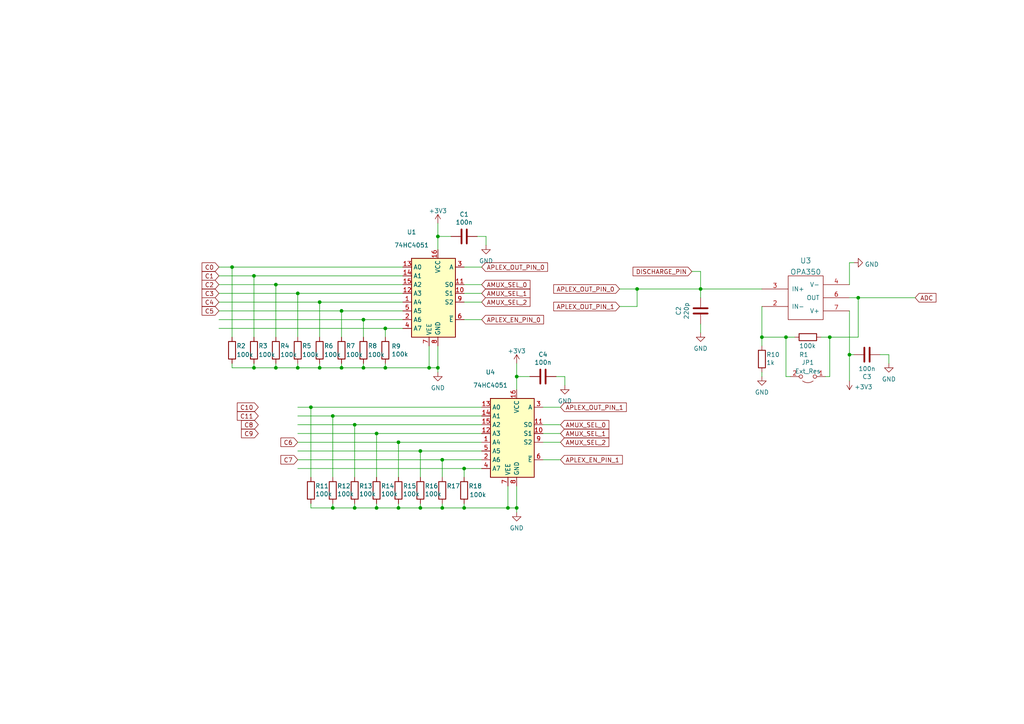
<source format=kicad_sch>
(kicad_sch (version 20231120) (generator "eeschema") (generator_version "8.0")
  (paper "A4")
  (lib_symbols
    (symbol "74xx:74HC4051"
      (property "Reference" "U" (at -5.08 11.43 0))
      (property "Value" "74HC4051" (at -7.62 -13.97 0))
      (symbol "74HC4051_0_1"
        (rectangle (start -5.08 10.16) (end 7.62 -12.7) (stroke (width 0.254)) (fill (type background)))
      )
      (symbol "74HC4051_1_1"
        (pin passive line (at 10.16 -2.54 180) (length 2.54) (name "A4") (number "1"))
        (pin input line (at -7.62 0 0) (length 2.54) (name "S1") (number "10"))
        (pin input line (at -7.62 2.54 0) (length 2.54) (name "S0") (number "11"))
        (pin passive line (at 10.16 0 180) (length 2.54) (name "A3") (number "12"))
        (pin passive line (at 10.16 7.62 180) (length 2.54) (name "A0") (number "13"))
        (pin passive line (at 10.16 5.08 180) (length 2.54) (name "A1") (number "14"))
        (pin passive line (at 10.16 2.54 180) (length 2.54) (name "A2") (number "15"))
        (pin power_in line (at 0 12.7 270) (length 2.54) (name "VCC") (number "16"))
        (pin passive line (at 10.16 -7.62 180) (length 2.54) (name "A6") (number "2"))
        (pin passive line (at -7.62 7.62 0) (length 2.54) (name "A") (number "3"))
        (pin passive line (at 10.16 -10.16 180) (length 2.54) (name "A7") (number "4"))
        (pin passive line (at 10.16 -5.08 180) (length 2.54) (name "A5") (number "5"))
        (pin input line (at -7.62 -7.62 0) (length 2.54) (name "~{E}") (number "6"))
        (pin power_in line (at 2.54 -15.24 90) (length 2.54) (name "VEE") (number "7"))
        (pin power_in line (at 0 -15.24 90) (length 2.54) (name "GND") (number "8"))
        (pin input line (at -7.62 -2.54 0) (length 2.54) (name "S2") (number "9"))
      )
    )
    (symbol "Device:C" (pin_numbers hide) (pin_names (offset 0.254))
      (property "Reference" "C" (at 0.635 2.54 0))
      (property "Value" "C" (at 0.635 -2.54 0))
      (symbol "C_0_1"
        (polyline (pts (xy -2.032 -0.762) (xy 2.032 -0.762)) (stroke (width 0.508)))
        (polyline (pts (xy -2.032 0.762) (xy 2.032 0.762)) (stroke (width 0.508)))
      )
      (symbol "C_1_1"
        (pin passive line (at 0 3.81 270) (length 2.794) (name "~") (number "1"))
        (pin passive line (at 0 -3.81 90) (length 2.794) (name "~") (number "2"))
      )
    )
    (symbol "Device:R" (pin_numbers hide) (pin_names (offset 0))
      (property "Reference" "R" (at 2.032 0 90))
      (property "Value" "R" (at 0 0 90))
      (symbol "R_0_1"
        (rectangle (start -1.016 -2.54) (end 1.016 2.54) (stroke (width 0.254)))
      )
      (symbol "R_1_1"
        (pin passive line (at 0 3.81 270) (length 1.27) (name "~") (number "1"))
        (pin passive line (at 0 -3.81 90) (length 1.27) (name "~") (number "2"))
      )
    )
    (symbol "Jumper:Jumper_2_Open" (pin_names (offset 0) hide)
      (property "Reference" "JP" (at 0 2.794 0))
      (property "Value" "Jumper_2_Open" (at 0 -2.286 0))
      (symbol "Jumper_2_Open_0_0"
        (circle (center -2.032 0) (radius 0.508))
        (circle (center 2.032 0) (radius 0.508))
      )
      (symbol "Jumper_2_Open_0_1"
        (arc (start 1.524 1.27) (mid 0 1.778) (end -1.524 1.27))
      )
      (symbol "Jumper_2_Open_1_1"
        (pin passive line (at -5.08 0 0) (length 2.54) (name "A") (number "1"))
        (pin passive line (at 5.08 0 180) (length 2.54) (name "B") (number "2"))
      )
    )
    (symbol "burrbrown:OPA350" (pin_names (offset 1.016))
      (property "Reference" "U" (at 8.89 -7.62 0))
      (property "Value" "OPA350" (at 5.08 7.62 0))
      (symbol "OPA350_0_1"
        (rectangle (start 0 -6.35) (end 10.16 6.35))
        (pin input line (at -7.62 2.54 0) (length 7.62) (name "IN-") (number "2"))
        (pin input line (at -7.62 -2.54 0) (length 7.62) (name "IN+") (number "3"))
        (pin input line (at 17.78 -3.81 180) (length 7.62) (name "V-") (number "4"))
        (pin input line (at 17.78 0 180) (length 7.62) (name "OUT") (number "6"))
        (pin input line (at 17.78 3.81 180) (length 7.62) (name "V+") (number "7"))
      )
    )
    (symbol "power:+3.3V" (power) (pin_names (offset 0))
      (property "Value" "+3.3V" (at 0 3.556 0))
      (symbol "+3.3V_0_1"
        (polyline (pts (xy -0.762 1.27) (xy 0 2.54)))
        (polyline (pts (xy 0 0) (xy 0 2.54)))
        (polyline (pts (xy 0 2.54) (xy 0.762 1.27)))
      )
      (symbol "+3.3V_1_1"
        (pin power_in line (at 0 0 90) (length 0) hide (name "+3V3") (number "1"))
      )
    )
    (symbol "power:GND" (power) (pin_names (offset 0))
      (property "Value" "GND" (at 0 -3.81 0))
      (symbol "GND_0_1"
        (polyline (pts (xy 0 0) (xy 0 -1.27) (xy 1.27 -1.27) (xy 0 -2.54) (xy -1.27 -1.27) (xy 0 -1.27)))
      )
      (symbol "GND_1_1"
        (pin power_in line (at 0 0 270) (length 0) hide (name "GND") (number "1"))
      )
    )
  )
  (junction (at 128.27 133.35))
  (junction (at 111.76 106.68))
  (junction (at 73.66 106.68))
  (junction (at 92.71 87.63))
  (junction (at 96.52 147.32))
  (junction (at 80.01 82.55))
  (junction (at 121.92 147.32))
  (junction (at 86.36 85.09))
  (junction (at 227.965 97.79))
  (junction (at 127 106.68))
  (junction (at 99.06 90.17))
  (junction (at 111.76 95.25))
  (junction (at 96.52 120.65))
  (junction (at 105.41 106.68))
  (junction (at 220.98 97.79))
  (junction (at 102.87 147.32))
  (junction (at 109.22 147.32))
  (junction (at 124.46 106.68))
  (junction (at 86.36 106.68))
  (junction (at 109.22 125.73))
  (junction (at 128.27 147.32))
  (junction (at 80.01 106.68))
  (junction (at 115.57 147.32))
  (junction (at 121.92 130.81))
  (junction (at 92.71 106.68))
  (junction (at 203.2 83.82))
  (junction (at 184.785 83.82))
  (junction (at 149.86 109.22))
  (junction (at 134.62 147.32))
  (junction (at 99.06 106.68))
  (junction (at 73.66 80.01))
  (junction (at 90.17 118.11))
  (junction (at 246.38 102.87))
  (junction (at 147.32 147.32))
  (junction (at 127 68.58))
  (junction (at 149.86 147.32))
  (junction (at 134.62 135.89))
  (junction (at 102.87 123.19))
  (junction (at 67.31 77.47))
  (junction (at 105.41 92.71))
  (junction (at 240.665 97.79))
  (junction (at 115.57 128.27))
  (junction (at 248.92 86.36))
  (wire (pts (xy 90.17 146.05) (xy 90.17 147.32)))
  (wire (pts (xy 73.66 97.79) (xy 73.66 80.01)))
  (wire (pts (xy 134.62 147.32) (xy 147.32 147.32)))
  (wire (pts (xy 248.92 97.79) (xy 248.92 86.36)))
  (wire (pts (xy 147.32 140.97) (xy 147.32 147.32)))
  (wire (pts (xy 99.06 97.79) (xy 99.06 90.17)))
  (wire (pts (xy 86.36 85.09) (xy 63.5 85.09)))
  (wire (pts (xy 184.785 83.82) (xy 184.785 88.9)))
  (wire (pts (xy 86.36 128.27) (xy 115.57 128.27)))
  (wire (pts (xy 220.98 97.79) (xy 227.965 97.79)))
  (wire (pts (xy 139.7 135.89) (xy 134.62 135.89)))
  (wire (pts (xy 116.84 85.09) (xy 86.36 85.09)))
  (wire (pts (xy 116.84 87.63) (xy 92.71 87.63)))
  (wire (pts (xy 111.76 97.79) (xy 111.76 95.25)))
  (wire (pts (xy 96.52 146.05) (xy 96.52 147.32)))
  (wire (pts (xy 203.2 86.36) (xy 203.2 83.82)))
  (wire (pts (xy 157.48 123.19) (xy 162.56 123.19)))
  (wire (pts (xy 220.98 88.9) (xy 220.98 97.79)))
  (wire (pts (xy 139.7 125.73) (xy 109.22 125.73)))
  (wire (pts (xy 80.01 106.68) (xy 86.36 106.68)))
  (wire (pts (xy 90.17 138.43) (xy 90.17 118.11)))
  (wire (pts (xy 116.84 82.55) (xy 80.01 82.55)))
  (wire (pts (xy 96.52 120.65) (xy 86.36 120.65)))
  (wire (pts (xy 86.36 105.41) (xy 86.36 106.68)))
  (wire (pts (xy 109.22 147.32) (xy 115.57 147.32)))
  (wire (pts (xy 203.2 93.98) (xy 203.2 96.52)))
  (wire (pts (xy 127 64.77) (xy 127 68.58)))
  (wire (pts (xy 116.84 90.17) (xy 99.06 90.17)))
  (wire (pts (xy 134.62 87.63) (xy 139.7 87.63)))
  (wire (pts (xy 105.41 106.68) (xy 111.76 106.68)))
  (wire (pts (xy 227.965 109.22) (xy 227.965 97.79)))
  (wire (pts (xy 63.5 95.25) (xy 111.76 95.25)))
  (wire (pts (xy 111.76 106.68) (xy 124.46 106.68)))
  (wire (pts (xy 105.41 92.71) (xy 116.84 92.71)))
  (wire (pts (xy 128.27 146.05) (xy 128.27 147.32)))
  (wire (pts (xy 127 100.33) (xy 127 106.68)))
  (wire (pts (xy 86.36 135.89) (xy 134.62 135.89)))
  (wire (pts (xy 248.92 86.36) (xy 265.43 86.36)))
  (wire (pts (xy 92.71 106.68) (xy 99.06 106.68)))
  (wire (pts (xy 127 68.58) (xy 127 72.39)))
  (wire (pts (xy 140.97 68.58) (xy 140.97 71.12)))
  (wire (pts (xy 238.125 97.79) (xy 240.665 97.79)))
  (wire (pts (xy 63.5 77.47) (xy 67.31 77.47)))
  (wire (pts (xy 246.38 82.55) (xy 246.38 76.2)))
  (wire (pts (xy 80.01 82.55) (xy 63.5 82.55)))
  (wire (pts (xy 86.36 118.11) (xy 90.17 118.11)))
  (wire (pts (xy 128.27 138.43) (xy 128.27 133.35)))
  (wire (pts (xy 128.27 147.32) (xy 134.62 147.32)))
  (wire (pts (xy 92.71 97.79) (xy 92.71 87.63)))
  (wire (pts (xy 139.7 130.81) (xy 121.92 130.81)))
  (wire (pts (xy 203.2 78.74) (xy 203.2 83.82)))
  (wire (pts (xy 102.87 123.19) (xy 86.36 123.19)))
  (wire (pts (xy 121.92 147.32) (xy 128.27 147.32)))
  (wire (pts (xy 109.22 125.73) (xy 86.36 125.73)))
  (wire (pts (xy 73.66 80.01) (xy 63.5 80.01)))
  (wire (pts (xy 124.46 106.68) (xy 127 106.68)))
  (wire (pts (xy 147.32 147.32) (xy 149.86 147.32)))
  (wire (pts (xy 246.38 90.17) (xy 246.38 102.87)))
  (wire (pts (xy 109.22 146.05) (xy 109.22 147.32)))
  (wire (pts (xy 115.57 128.27) (xy 115.57 138.43)))
  (wire (pts (xy 162.56 133.35) (xy 157.48 133.35)))
  (wire (pts (xy 67.31 77.47) (xy 116.84 77.47)))
  (wire (pts (xy 86.36 85.09) (xy 86.36 97.79)))
  (wire (pts (xy 134.62 85.09) (xy 139.7 85.09)))
  (wire (pts (xy 247.65 102.87) (xy 246.38 102.87)))
  (wire (pts (xy 63.5 92.71) (xy 105.41 92.71)))
  (wire (pts (xy 157.48 125.73) (xy 162.56 125.73)))
  (wire (pts (xy 105.41 105.41) (xy 105.41 106.68)))
  (wire (pts (xy 109.22 125.73) (xy 109.22 138.43)))
  (wire (pts (xy 130.81 68.58) (xy 127 68.58)))
  (wire (pts (xy 73.66 106.68) (xy 80.01 106.68)))
  (wire (pts (xy 99.06 106.68) (xy 105.41 106.68)))
  (wire (pts (xy 134.62 138.43) (xy 134.62 135.89)))
  (wire (pts (xy 67.31 97.79) (xy 67.31 77.47)))
  (wire (pts (xy 220.98 97.79) (xy 220.98 100.33)))
  (wire (pts (xy 115.57 147.32) (xy 121.92 147.32)))
  (wire (pts (xy 239.395 109.22) (xy 240.665 109.22)))
  (wire (pts (xy 127 107.95) (xy 127 106.68)))
  (wire (pts (xy 90.17 118.11) (xy 139.7 118.11)))
  (wire (pts (xy 149.86 140.97) (xy 149.86 147.32)))
  (wire (pts (xy 115.57 128.27) (xy 139.7 128.27)))
  (wire (pts (xy 138.43 68.58) (xy 140.97 68.58)))
  (wire (pts (xy 99.06 90.17) (xy 63.5 90.17)))
  (wire (pts (xy 121.92 130.81) (xy 86.36 130.81)))
  (wire (pts (xy 203.2 83.82) (xy 220.98 83.82)))
  (wire (pts (xy 139.7 92.71) (xy 134.62 92.71)))
  (wire (pts (xy 149.86 109.22) (xy 149.86 113.03)))
  (wire (pts (xy 67.31 106.68) (xy 73.66 106.68)))
  (wire (pts (xy 229.235 109.22) (xy 227.965 109.22)))
  (wire (pts (xy 255.27 102.87) (xy 257.81 102.87)))
  (wire (pts (xy 248.92 86.36) (xy 246.38 86.36)))
  (wire (pts (xy 149.86 105.41) (xy 149.86 109.22)))
  (wire (pts (xy 99.06 105.41) (xy 99.06 106.68)))
  (wire (pts (xy 149.86 148.59) (xy 149.86 147.32)))
  (wire (pts (xy 179.705 83.82) (xy 184.785 83.82)))
  (wire (pts (xy 161.29 109.22) (xy 163.83 109.22)))
  (wire (pts (xy 73.66 105.41) (xy 73.66 106.68)))
  (wire (pts (xy 111.76 105.41) (xy 111.76 106.68)))
  (wire (pts (xy 105.41 97.79) (xy 105.41 92.71)))
  (wire (pts (xy 86.36 106.68) (xy 92.71 106.68)))
  (wire (pts (xy 92.71 105.41) (xy 92.71 106.68)))
  (wire (pts (xy 115.57 146.05) (xy 115.57 147.32)))
  (wire (pts (xy 134.62 82.55) (xy 139.7 82.55)))
  (wire (pts (xy 162.56 118.11) (xy 157.48 118.11)))
  (wire (pts (xy 153.67 109.22) (xy 149.86 109.22)))
  (wire (pts (xy 240.665 109.22) (xy 240.665 97.79)))
  (wire (pts (xy 200.66 78.74) (xy 203.2 78.74)))
  (wire (pts (xy 116.84 80.01) (xy 73.66 80.01)))
  (wire (pts (xy 134.62 146.05) (xy 134.62 147.32)))
  (wire (pts (xy 80.01 97.79) (xy 80.01 82.55)))
  (wire (pts (xy 139.7 120.65) (xy 96.52 120.65)))
  (wire (pts (xy 121.92 146.05) (xy 121.92 147.32)))
  (wire (pts (xy 179.705 88.9) (xy 184.785 88.9)))
  (wire (pts (xy 227.965 97.79) (xy 230.505 97.79)))
  (wire (pts (xy 86.36 133.35) (xy 128.27 133.35)))
  (wire (pts (xy 124.46 100.33) (xy 124.46 106.68)))
  (wire (pts (xy 102.87 138.43) (xy 102.87 123.19)))
  (wire (pts (xy 96.52 147.32) (xy 102.87 147.32)))
  (wire (pts (xy 240.665 97.79) (xy 248.92 97.79)))
  (wire (pts (xy 163.83 109.22) (xy 163.83 111.76)))
  (wire (pts (xy 257.81 102.87) (xy 257.81 105.41)))
  (wire (pts (xy 246.38 76.2) (xy 247.65 76.2)))
  (wire (pts (xy 220.98 107.95) (xy 220.98 109.22)))
  (wire (pts (xy 80.01 105.41) (xy 80.01 106.68)))
  (wire (pts (xy 139.7 77.47) (xy 134.62 77.47)))
  (wire (pts (xy 128.27 133.35) (xy 139.7 133.35)))
  (wire (pts (xy 92.71 87.63) (xy 63.5 87.63)))
  (wire (pts (xy 139.7 123.19) (xy 102.87 123.19)))
  (wire (pts (xy 90.17 147.32) (xy 96.52 147.32)))
  (wire (pts (xy 184.785 83.82) (xy 203.2 83.82)))
  (wire (pts (xy 157.48 128.27) (xy 162.56 128.27)))
  (wire (pts (xy 246.38 110.49) (xy 246.38 102.87)))
  (wire (pts (xy 121.92 138.43) (xy 121.92 130.81)))
  (wire (pts (xy 67.31 105.41) (xy 67.31 106.68)))
  (wire (pts (xy 96.52 138.43) (xy 96.52 120.65)))
  (wire (pts (xy 102.87 146.05) (xy 102.87 147.32)))
  (wire (pts (xy 102.87 147.32) (xy 109.22 147.32)))
  (wire (pts (xy 116.84 95.25) (xy 111.76 95.25)))
  (global_label "AMUX_SEL_1" (shape input) (at 139.7 85.09 0) (property "Intersheetrefs" "${INTERSHEET_REFS}" (effects (hide yes))))
  (global_label "AMUX_SEL_2" (shape input) (at 139.7 87.63 0) (property "Intersheetrefs" "${INTERSHEET_REFS}" (effects (hide yes))))
  (global_label "APLEX_EN_PIN_1" (shape input) (at 162.56 133.35 0) (property "Intersheetrefs" "${INTERSHEET_REFS}" (effects (hide yes))))
  (global_label "AMUX_SEL_0" (shape input) (at 162.56 123.19 0) (property "Intersheetrefs" "${INTERSHEET_REFS}" (effects (hide yes))))
  (global_label "C4" (shape input) (at 63.5 87.63 180) (property "Intersheetrefs" "${INTERSHEET_REFS}" (effects (hide yes))))
  (global_label "AMUX_SEL_0" (shape input) (at 139.7 82.55 0) (property "Intersheetrefs" "${INTERSHEET_REFS}" (effects (hide yes))))
  (global_label "DISCHARGE_PIN" (shape input) (at 200.66 78.74 180) (property "Intersheetrefs" "${INTERSHEET_REFS}" (effects (hide yes))))
  (global_label "C7" (shape input) (at 86.36 133.35 180) (property "Intersheetrefs" "${INTERSHEET_REFS}" (effects (hide yes))))
  (global_label "AMUX_SEL_1" (shape input) (at 162.56 125.73 0) (property "Intersheetrefs" "${INTERSHEET_REFS}" (effects (hide yes))))
  (global_label "C1" (shape input) (at 63.5 80.01 180) (property "Intersheetrefs" "${INTERSHEET_REFS}" (effects (hide yes))))
  (global_label "C9" (shape input) (at 74.93 125.73 180) (property "Intersheetrefs" "${INTERSHEET_REFS}" (effects (hide yes))))
  (global_label "AMUX_SEL_2" (shape input) (at 162.56 128.27 0) (property "Intersheetrefs" "${INTERSHEET_REFS}" (effects (hide yes))))
  (global_label "C2" (shape input) (at 63.5 82.55 180) (property "Intersheetrefs" "${INTERSHEET_REFS}" (effects (hide yes))))
  (global_label "ADC" (shape input) (at 265.43 86.36 0) (property "Intersheetrefs" "${INTERSHEET_REFS}" (effects (hide yes))))
  (global_label "C0" (shape input) (at 63.5 77.47 180) (property "Intersheetrefs" "${INTERSHEET_REFS}" (effects (hide yes))))
  (global_label "C3" (shape input) (at 63.5 85.09 180) (property "Intersheetrefs" "${INTERSHEET_REFS}" (effects (hide yes))))
  (global_label "C11" (shape input) (at 74.93 120.65 180) (property "Intersheetrefs" "${INTERSHEET_REFS}" (effects (hide yes))))
  (global_label "C8" (shape input) (at 74.93 123.19 180) (property "Intersheetrefs" "${INTERSHEET_REFS}" (effects (hide yes))))
  (global_label "C10" (shape input) (at 74.93 118.11 180) (property "Intersheetrefs" "${INTERSHEET_REFS}" (effects (hide yes))))
  (global_label "APLEX_OUT_PIN_1" (shape input) (at 162.56 118.11 0) (property "Intersheetrefs" "${INTERSHEET_REFS}" (effects (hide yes))))
  (global_label "APLEX_EN_PIN_0" (shape input) (at 139.7 92.71 0) (property "Intersheetrefs" "${INTERSHEET_REFS}" (effects (hide yes))))
  (global_label "C6" (shape input) (at 86.36 128.27 180) (property "Intersheetrefs" "${INTERSHEET_REFS}" (effects (hide yes))))
  (global_label "C5" (shape input) (at 63.5 90.17 180) (property "Intersheetrefs" "${INTERSHEET_REFS}" (effects (hide yes))))
  (global_label "APLEX_OUT_PIN_0" (shape input) (at 179.705 83.82 180) (property "Intersheetrefs" "${INTERSHEET_REFS}" (effects (hide yes))))
  (global_label "APLEX_OUT_PIN_1" (shape input) (at 179.705 88.9 180) (property "Intersheetrefs" "${INTERSHEET_REFS}" (effects (hide yes))))
  (global_label "APLEX_OUT_PIN_0" (shape input) (at 139.7 77.47 0) (property "Intersheetrefs" "${INTERSHEET_REFS}" (effects (hide yes))))
  (symbol (lib_id "power:+3.3V") (at 149.86 105.41 0) (unit 1)
    (property "Reference" "#PWR09" (effects (hide yes)))
    (property "Value" "+3V3" (at 149.86 101.8055 0))
  )
  (symbol (lib_id "Device:R") (at 234.315 97.79 270) (unit 1)
    (property "Reference" "R1" (at 231.775 102.87 90) (effects (justify left)))
    (property "Value" "100k" (at 231.775 100.33 90) (effects (justify left)))
    (property "Footprint" "Resistor_SMD:R_0402_1005Metric" (effects (hide yes)))
    (property "LCSC" "C25741" (effects (hide yes)))
  )
  (symbol (lib_id "Device:R") (at 99.06 101.6 0) (unit 1)
    (property "Reference" "R7" (at 100.33 100.33 0) (effects (justify left)))
    (property "Value" "100k" (at 100.33 102.87 0) (effects (justify left)))
    (property "Footprint" "Resistor_SMD:R_0402_1005Metric" (effects (hide yes)))
    (property "LCSC" "C25741" (effects (hide yes)))
  )
  (symbol (lib_id "Device:C") (at 203.2 90.17 0) (unit 1)
    (property "Reference" "C2" (at 196.7992 90.17 90))
    (property "Value" "220p" (at 199.1106 90.17 90))
    (property "Footprint" "Capacitor_SMD:C_0402_1005Metric" (effects (hide yes)))
    (property "LCSC" "C1530" (effects (hide yes)))
  )
  (symbol (lib_id "power:GND") (at 247.65 76.2 90) (unit 1)
    (property "Reference" "#PWR07" (effects (hide yes)))
    (property "Value" "GND" (at 250.825 76.679 90) (effects (justify right)))
  )
  (symbol (lib_id "Device:R") (at 90.17 142.24 0) (unit 1)
    (property "Reference" "R11" (at 91.44 140.97 0) (effects (justify left)))
    (property "Value" "100k" (at 91.44 143.2814 0) (effects (justify left)))
    (property "Footprint" "Resistor_SMD:R_0402_1005Metric" (effects (hide yes)))
    (property "LCSC" "C25741" (effects (hide yes)))
  )
  (symbol (lib_id "power:GND") (at 203.2 96.52 0) (unit 1)
    (property "Reference" "#PWR08" (effects (hide yes)))
    (property "Value" "GND" (at 203.2 101.0825 0))
  )
  (symbol (lib_id "Device:R") (at 134.62 142.24 0) (unit 1)
    (property "Reference" "R18" (at 135.89 140.97 0) (effects (justify left)))
    (property "Value" "100k" (at 136.144 143.51 0) (effects (justify left)))
    (property "Footprint" "Resistor_SMD:R_0402_1005Metric" (effects (hide yes)))
    (property "LCSC" "C25741" (effects (hide yes)))
  )
  (symbol (lib_id "Device:R") (at 128.27 142.24 0) (unit 1)
    (property "Reference" "R17" (at 129.54 140.97 0) (effects (justify left)))
    (property "Value" "100k" (effects (hide yes)))
    (property "Footprint" "Resistor_SMD:R_0402_1005Metric" (effects (hide yes)))
    (property "LCSC" "C25741" (effects (hide yes)))
  )
  (symbol (lib_id "Device:C") (at 134.62 68.58 270) (unit 1)
    (property "Reference" "C1" (at 134.62 62.1792 90))
    (property "Value" "100n" (at 134.62 64.4906 90))
    (property "Footprint" "Capacitor_SMD:C_0402_1005Metric" (effects (hide yes)))
    (property "LCSC" "C307331" (effects (hide yes)))
  )
  (symbol (lib_id "Device:R") (at 111.76 101.6 0) (unit 1)
    (property "Reference" "R9" (at 113.538 100.4316 0) (effects (justify left)))
    (property "Value" "100k" (at 113.538 102.743 0) (effects (justify left)))
    (property "Footprint" "Resistor_SMD:R_0402_1005Metric" (effects (hide yes)))
    (property "LCSC" "C25741" (effects (hide yes)))
  )
  (symbol (lib_id "Device:R") (at 92.71 101.6 0) (unit 1)
    (property "Reference" "R6" (at 93.98 100.33 0) (effects (justify left)))
    (property "Value" "100k" (at 93.98 102.87 0) (effects (justify left)))
    (property "Footprint" "Resistor_SMD:R_0402_1005Metric" (effects (hide yes)))
    (property "LCSC" "C25741" (effects (hide yes)))
  )
  (symbol (lib_id "74xx:74HC4051") (at 127 85.09 0) (mirror y) (unit 1)
    (property "Reference" "U1" (at 119.38 67.31 0))
    (property "Value" "74HC4051" (at 119.38 71.12 0))
    (property "Footprint" "footprints:TSSOP16" (effects (hide yes)))
    (property "Datasheet" "http://www.ti.com/lit/ds/symlink/cd74hc4051.pdf" (effects (hide yes)))
    (property "LCSC" "C5645" (effects (hide yes)))
  )
  (symbol (lib_id "power:GND") (at 127 107.95 0) (unit 1)
    (property "Reference" "#PWR011" (effects (hide yes)))
    (property "Value" "GND" (at 127 112.5125 0))
  )
  (symbol (lib_id "Device:R") (at 86.36 101.6 0) (unit 1)
    (property "Reference" "R5" (at 87.63 100.33 0) (effects (justify left)))
    (property "Value" "100k" (at 87.63 102.87 0) (effects (justify left)))
    (property "Footprint" "Resistor_SMD:R_0402_1005Metric" (effects (hide yes)))
    (property "LCSC" "C25741" (effects (hide yes)))
  )
  (symbol (lib_id "Device:R") (at 96.52 142.24 0) (unit 1)
    (property "Reference" "R12" (at 97.79 140.97 0) (effects (justify left)))
    (property "Value" "100k" (at 97.79 143.2814 0) (effects (justify left)))
    (property "Footprint" "Resistor_SMD:R_0402_1005Metric" (effects (hide yes)))
    (property "LCSC" "C25741" (effects (hide yes)))
  )
  (symbol (lib_id "Device:C") (at 157.48 109.22 270) (unit 1)
    (property "Reference" "C4" (at 157.48 102.8192 90))
    (property "Value" "100n" (at 157.48 105.1306 90))
    (property "Footprint" "Capacitor_SMD:C_0402_1005Metric" (effects (hide yes)))
    (property "LCSC" "C307331" (effects (hide yes)))
  )
  (symbol (lib_id "power:GND") (at 163.83 111.76 0) (unit 1)
    (property "Reference" "#PWR014" (effects (hide yes)))
    (property "Value" "GND" (at 163.83 116.3225 0))
  )
  (symbol (lib_id "74xx:74HC4051") (at 149.86 125.73 0) (mirror y) (unit 1)
    (property "Reference" "U4" (at 142.24 107.95 0))
    (property "Value" "74HC4051" (at 142.24 111.76 0))
    (property "Footprint" "footprints:TSSOP16" (effects (hide yes)))
    (property "Datasheet" "http://www.ti.com/lit/ds/symlink/cd74hc4051.pdf" (effects (hide yes)))
    (property "LCSC" "C5645" (effects (hide yes)))
  )
  (symbol (lib_id "power:+3.3V") (at 127 64.77 0) (unit 1)
    (property "Reference" "#PWR05" (effects (hide yes)))
    (property "Value" "+3V3" (at 127 61.1655 0))
  )
  (symbol (lib_id "burrbrown:OPA350") (at 228.6 86.36 0) (mirror x) (unit 1)
    (property "Reference" "U3" (at 233.68 75.6061 0) (effects (font (size 1.524 1.524))))
    (property "Value" "OPA350" (at 233.68 78.8851 0) (effects (font (size 1.524 1.524))))
    (property "Footprint" "Package_SO:SOIC-8_3.9x4.9mm_P1.27mm" (effects (hide yes)))
    (property "LCSC" "C13388" (effects (hide yes)))
  )
  (symbol (lib_id "Device:R") (at 102.87 142.24 0) (unit 1)
    (property "Reference" "R13" (at 104.14 140.97 0) (effects (justify left)))
    (property "Value" "100k" (at 104.14 143.2814 0) (effects (justify left)))
    (property "Footprint" "Resistor_SMD:R_0402_1005Metric" (effects (hide yes)))
    (property "LCSC" "C25741" (effects (hide yes)))
  )
  (symbol (lib_id "Device:R") (at 115.57 142.24 0) (unit 1)
    (property "Reference" "R15" (at 116.84 140.97 0) (effects (justify left)))
    (property "Value" "100k" (at 116.84 143.2814 0) (effects (justify left)))
    (property "Footprint" "Resistor_SMD:R_0402_1005Metric" (effects (hide yes)))
    (property "LCSC" "C25741" (effects (hide yes)))
  )
  (symbol (lib_id "power:GND") (at 149.86 148.59 0) (unit 1)
    (property "Reference" "#PWR015" (effects (hide yes)))
    (property "Value" "GND" (at 149.86 153.1525 0))
  )
  (symbol (lib_id "Device:R") (at 80.01 101.6 0) (unit 1)
    (property "Reference" "R4" (at 81.28 100.33 0) (effects (justify left)))
    (property "Value" "100k" (at 81.28 102.87 0) (effects (justify left)))
    (property "Footprint" "Resistor_SMD:R_0402_1005Metric" (effects (hide yes)))
    (property "LCSC" "C25741" (effects (hide yes)))
  )
  (symbol (lib_id "Device:R") (at 121.92 142.24 0) (unit 1)
    (property "Reference" "R16" (at 123.19 140.97 0) (effects (justify left)))
    (property "Value" "100k" (at 123.19 143.2814 0) (effects (justify left)))
    (property "Footprint" "Resistor_SMD:R_0402_1005Metric" (effects (hide yes)))
    (property "LCSC" "C25741" (effects (hide yes)))
  )
  (symbol (lib_id "power:GND") (at 220.98 109.22 0) (unit 1)
    (property "Reference" "#PWR012" (effects (hide yes)))
    (property "Value" "GND" (at 220.98 113.7825 0))
  )
  (symbol (lib_id "Device:R") (at 67.31 101.6 0) (unit 1)
    (property "Reference" "R2" (at 68.58 100.33 0) (effects (justify left)))
    (property "Value" "100k" (at 68.58 102.87 0) (effects (justify left)))
    (property "Footprint" "Resistor_SMD:R_0402_1005Metric" (effects (hide yes)))
    (property "LCSC" "C25741" (effects (hide yes)))
  )
  (symbol (lib_id "power:GND") (at 140.97 71.12 0) (unit 1)
    (property "Reference" "#PWR06" (effects (hide yes)))
    (property "Value" "GND" (at 140.97 75.6825 0))
  )
  (symbol (lib_id "power:GND") (at 257.81 105.41 0) (unit 1)
    (property "Reference" "#PWR010" (effects (hide yes)))
    (property "Value" "GND" (at 257.81 109.9725 0))
  )
  (symbol (lib_id "Jumper:Jumper_2_Open") (at 234.315 109.22 180) (unit 1)
    (property "Reference" "JP1" (at 234.315 105.1392 0))
    (property "Value" "Ext_Res" (at 234.315 107.6761 0))
    (property "Footprint" "Resistor_SMD:R_0603_1608Metric_Pad0.98x0.95mm_HandSolder" (effects (hide yes)))
  )
  (symbol (lib_id "Device:R") (at 105.41 101.6 0) (unit 1)
    (property "Reference" "R8" (at 106.68 100.33 0) (effects (justify left)))
    (property "Value" "100k" (at 106.68 102.87 0) (effects (justify left)))
    (property "Footprint" "Resistor_SMD:R_0402_1005Metric" (effects (hide yes)))
    (property "LCSC" "C25741" (effects (hide yes)))
  )
  (symbol (lib_id "Device:R") (at 220.98 104.14 0) (unit 1)
    (property "Reference" "R10" (at 222.25 102.87 0) (effects (justify left)))
    (property "Value" "1k" (at 222.25 105.1814 0) (effects (justify left)))
    (property "Footprint" "Resistor_SMD:R_0402_1005Metric" (effects (hide yes)))
    (property "LCSC" "C11702" (effects (hide yes)))
  )
  (symbol (lib_id "Device:C") (at 251.46 102.87 270) (mirror x) (unit 1)
    (property "Reference" "C3" (at 251.46 109.2708 90))
    (property "Value" "100n" (at 251.46 106.9594 90))
    (property "Footprint" "Capacitor_SMD:C_0402_1005Metric" (effects (hide yes)))
    (property "LCSC" "C307331" (effects (hide yes)))
  )
  (symbol (lib_id "Device:R") (at 73.66 101.6 0) (unit 1)
    (property "Reference" "R3" (at 74.93 100.33 0) (effects (justify left)))
    (property "Value" "100k" (at 74.93 102.87 0) (effects (justify left)))
    (property "Footprint" "Resistor_SMD:R_0402_1005Metric" (effects (hide yes)))
    (property "LCSC" "C25741" (effects (hide yes)))
  )
  (symbol (lib_id "power:+3.3V") (at 246.38 110.49 180) (unit 1)
    (property "Reference" "#PWR013" (effects (hide yes)))
    (property "Value" "+3V3" (at 247.777 112.239 0) (effects (justify right)))
  )
  (symbol (lib_id "Device:R") (at 109.22 142.24 0) (unit 1)
    (property "Reference" "R14" (at 110.49 140.97 0) (effects (justify left)))
    (property "Value" "100k" (at 110.49 143.2814 0) (effects (justify left)))
    (property "Footprint" "Resistor_SMD:R_0402_1005Metric" (effects (hide yes)))
    (property "LCSC" "C25741" (effects (hide yes)))
  )
)
</source>
